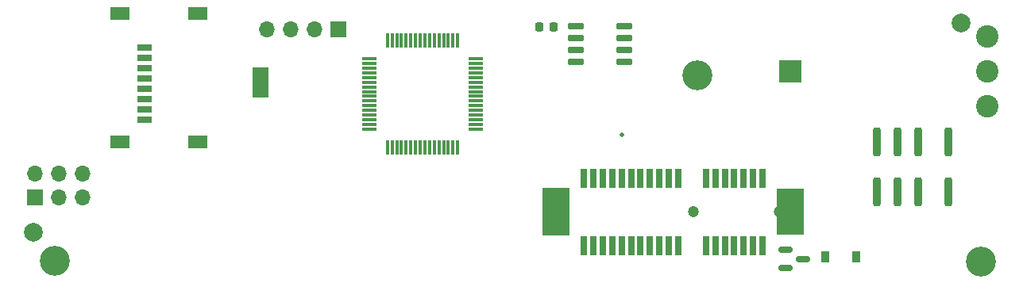
<source format=gbr>
%TF.GenerationSoftware,KiCad,Pcbnew,8.0.5*%
%TF.CreationDate,2025-03-27T16:57:56+00:00*%
%TF.ProjectId,UC_V4_4904-30028-06,55435f56-345f-4343-9930-342d33303032,rev?*%
%TF.SameCoordinates,Original*%
%TF.FileFunction,Soldermask,Bot*%
%TF.FilePolarity,Negative*%
%FSLAX46Y46*%
G04 Gerber Fmt 4.6, Leading zero omitted, Abs format (unit mm)*
G04 Created by KiCad (PCBNEW 8.0.5) date 2025-03-27 16:57:56*
%MOMM*%
%LPD*%
G01*
G04 APERTURE LIST*
G04 Aperture macros list*
%AMRoundRect*
0 Rectangle with rounded corners*
0 $1 Rounding radius*
0 $2 $3 $4 $5 $6 $7 $8 $9 X,Y pos of 4 corners*
0 Add a 4 corners polygon primitive as box body*
4,1,4,$2,$3,$4,$5,$6,$7,$8,$9,$2,$3,0*
0 Add four circle primitives for the rounded corners*
1,1,$1+$1,$2,$3*
1,1,$1+$1,$4,$5*
1,1,$1+$1,$6,$7*
1,1,$1+$1,$8,$9*
0 Add four rect primitives between the rounded corners*
20,1,$1+$1,$2,$3,$4,$5,0*
20,1,$1+$1,$4,$5,$6,$7,0*
20,1,$1+$1,$6,$7,$8,$9,0*
20,1,$1+$1,$8,$9,$2,$3,0*%
G04 Aperture macros list end*
%ADD10C,0.010000*%
%ADD11C,2.000000*%
%ADD12C,3.200000*%
%ADD13R,1.700000X1.700000*%
%ADD14O,1.700000X1.700000*%
%ADD15R,2.400000X2.400000*%
%ADD16C,2.400000*%
%ADD17RoundRect,0.150000X-0.587500X-0.150000X0.587500X-0.150000X0.587500X0.150000X-0.587500X0.150000X0*%
%ADD18RoundRect,0.200000X0.200000X-1.350000X0.200000X1.350000X-0.200000X1.350000X-0.200000X-1.350000X0*%
%ADD19RoundRect,0.075000X0.700000X0.075000X-0.700000X0.075000X-0.700000X-0.075000X0.700000X-0.075000X0*%
%ADD20RoundRect,0.075000X0.075000X0.700000X-0.075000X0.700000X-0.075000X-0.700000X0.075000X-0.700000X0*%
%ADD21R,0.900000X1.200000*%
%ADD22RoundRect,0.150000X0.725000X0.150000X-0.725000X0.150000X-0.725000X-0.150000X0.725000X-0.150000X0*%
%ADD23C,0.500000*%
%ADD24C,1.200000*%
%ADD25R,0.700000X2.000000*%
%ADD26R,3.000000X5.200000*%
%ADD27R,3.000000X5.000000*%
%ADD28RoundRect,0.225000X0.225000X0.250000X-0.225000X0.250000X-0.225000X-0.250000X0.225000X-0.250000X0*%
%ADD29R,1.500000X0.800000*%
%ADD30R,2.000000X1.450000*%
G04 APERTURE END LIST*
D10*
%TO.C,FL1*%
X124760700Y-96602000D02*
X124260700Y-96602000D01*
X124260700Y-96252000D01*
X124760700Y-96252000D01*
X124760700Y-96602000D01*
G36*
X124760700Y-96602000D02*
G01*
X124260700Y-96602000D01*
X124260700Y-96252000D01*
X124760700Y-96252000D01*
X124760700Y-96602000D01*
G37*
X124760700Y-97002000D02*
X124260700Y-97002000D01*
X124260700Y-96652000D01*
X124760700Y-96652000D01*
X124760700Y-97002000D01*
G36*
X124760700Y-97002000D02*
G01*
X124260700Y-97002000D01*
X124260700Y-96652000D01*
X124760700Y-96652000D01*
X124760700Y-97002000D01*
G37*
X124760700Y-97402000D02*
X124260700Y-97402000D01*
X124260700Y-97052000D01*
X124760700Y-97052000D01*
X124760700Y-97402000D01*
G36*
X124760700Y-97402000D02*
G01*
X124260700Y-97402000D01*
X124260700Y-97052000D01*
X124760700Y-97052000D01*
X124760700Y-97402000D01*
G37*
X124760700Y-97802000D02*
X124260700Y-97802000D01*
X124260700Y-97452000D01*
X124760700Y-97452000D01*
X124760700Y-97802000D01*
G36*
X124760700Y-97802000D02*
G01*
X124260700Y-97802000D01*
X124260700Y-97452000D01*
X124760700Y-97452000D01*
X124760700Y-97802000D01*
G37*
X124760700Y-98202000D02*
X124260700Y-98202000D01*
X124260700Y-97852000D01*
X124760700Y-97852000D01*
X124760700Y-98202000D01*
G36*
X124760700Y-98202000D02*
G01*
X124260700Y-98202000D01*
X124260700Y-97852000D01*
X124760700Y-97852000D01*
X124760700Y-98202000D01*
G37*
X124760700Y-98602000D02*
X124260700Y-98602000D01*
X124260700Y-98252000D01*
X124760700Y-98252000D01*
X124760700Y-98602000D01*
G36*
X124760700Y-98602000D02*
G01*
X124260700Y-98602000D01*
X124260700Y-98252000D01*
X124760700Y-98252000D01*
X124760700Y-98602000D01*
G37*
X124760700Y-99002000D02*
X124260700Y-99002000D01*
X124260700Y-98652000D01*
X124760700Y-98652000D01*
X124760700Y-99002000D01*
G36*
X124760700Y-99002000D02*
G01*
X124260700Y-99002000D01*
X124260700Y-98652000D01*
X124760700Y-98652000D01*
X124760700Y-99002000D01*
G37*
X124760700Y-99402000D02*
X124260700Y-99402000D01*
X124260700Y-99052000D01*
X124760700Y-99052000D01*
X124760700Y-99402000D01*
G36*
X124760700Y-99402000D02*
G01*
X124260700Y-99402000D01*
X124260700Y-99052000D01*
X124760700Y-99052000D01*
X124760700Y-99402000D01*
G37*
X125385700Y-99377000D02*
X124785700Y-99377000D01*
X124785700Y-96277000D01*
X125385700Y-96277000D01*
X125385700Y-99377000D01*
G36*
X125385700Y-99377000D02*
G01*
X124785700Y-99377000D01*
X124785700Y-96277000D01*
X125385700Y-96277000D01*
X125385700Y-99377000D01*
G37*
X125910700Y-96602000D02*
X125410700Y-96602000D01*
X125410700Y-96252000D01*
X125910700Y-96252000D01*
X125910700Y-96602000D01*
G36*
X125910700Y-96602000D02*
G01*
X125410700Y-96602000D01*
X125410700Y-96252000D01*
X125910700Y-96252000D01*
X125910700Y-96602000D01*
G37*
X125910700Y-97002000D02*
X125410700Y-97002000D01*
X125410700Y-96652000D01*
X125910700Y-96652000D01*
X125910700Y-97002000D01*
G36*
X125910700Y-97002000D02*
G01*
X125410700Y-97002000D01*
X125410700Y-96652000D01*
X125910700Y-96652000D01*
X125910700Y-97002000D01*
G37*
X125910700Y-97402000D02*
X125410700Y-97402000D01*
X125410700Y-97052000D01*
X125910700Y-97052000D01*
X125910700Y-97402000D01*
G36*
X125910700Y-97402000D02*
G01*
X125410700Y-97402000D01*
X125410700Y-97052000D01*
X125910700Y-97052000D01*
X125910700Y-97402000D01*
G37*
X125910700Y-97802000D02*
X125410700Y-97802000D01*
X125410700Y-97452000D01*
X125910700Y-97452000D01*
X125910700Y-97802000D01*
G36*
X125910700Y-97802000D02*
G01*
X125410700Y-97802000D01*
X125410700Y-97452000D01*
X125910700Y-97452000D01*
X125910700Y-97802000D01*
G37*
X125910700Y-98202000D02*
X125410700Y-98202000D01*
X125410700Y-97852000D01*
X125910700Y-97852000D01*
X125910700Y-98202000D01*
G36*
X125910700Y-98202000D02*
G01*
X125410700Y-98202000D01*
X125410700Y-97852000D01*
X125910700Y-97852000D01*
X125910700Y-98202000D01*
G37*
X125910700Y-98602000D02*
X125410700Y-98602000D01*
X125410700Y-98252000D01*
X125910700Y-98252000D01*
X125910700Y-98602000D01*
G36*
X125910700Y-98602000D02*
G01*
X125410700Y-98602000D01*
X125410700Y-98252000D01*
X125910700Y-98252000D01*
X125910700Y-98602000D01*
G37*
X125910700Y-99002000D02*
X125410700Y-99002000D01*
X125410700Y-98652000D01*
X125910700Y-98652000D01*
X125910700Y-99002000D01*
G36*
X125910700Y-99002000D02*
G01*
X125410700Y-99002000D01*
X125410700Y-98652000D01*
X125910700Y-98652000D01*
X125910700Y-99002000D01*
G37*
X125910700Y-99402000D02*
X125410700Y-99402000D01*
X125410700Y-99052000D01*
X125910700Y-99052000D01*
X125910700Y-99402000D01*
G36*
X125910700Y-99402000D02*
G01*
X125410700Y-99402000D01*
X125410700Y-99052000D01*
X125910700Y-99052000D01*
X125910700Y-99402000D01*
G37*
%TD*%
D11*
%TO.C,FID3*%
X199786400Y-91493000D03*
%TD*%
D12*
%TO.C,H1*%
X103190200Y-116867600D03*
%TD*%
D13*
%TO.C,J4*%
X133418200Y-92198200D03*
D14*
X130878200Y-92198200D03*
X128338200Y-92198200D03*
X125798200Y-92198200D03*
%TD*%
D12*
%TO.C,H2*%
X201945400Y-116943800D03*
%TD*%
%TO.C,H3*%
X171719400Y-97055600D03*
%TD*%
D15*
%TO.C,BT1*%
X181618200Y-96648200D03*
D16*
X202618200Y-96648200D03*
X202618200Y-92898200D03*
X202618200Y-100398200D03*
%TD*%
D17*
%TO.C,Q2*%
X181119700Y-117639800D03*
X181119700Y-115739800D03*
X182994700Y-116689800D03*
%TD*%
D18*
%TO.C,K1*%
X198418200Y-109523200D03*
X195218200Y-109523200D03*
X193018200Y-109523200D03*
X190818200Y-109523200D03*
X190818200Y-104223200D03*
X193018200Y-104223200D03*
X195218200Y-104223200D03*
X198418200Y-104223200D03*
%TD*%
D19*
%TO.C,U1*%
X148075000Y-95321600D03*
X148075000Y-95821600D03*
X148075000Y-96321600D03*
X148075000Y-96821600D03*
X148075000Y-97321600D03*
X148075000Y-97821600D03*
X148075000Y-98321600D03*
X148075000Y-98821600D03*
X148075000Y-99321600D03*
X148075000Y-99821600D03*
X148075000Y-100321600D03*
X148075000Y-100821600D03*
X148075000Y-101321600D03*
X148075000Y-101821600D03*
X148075000Y-102321600D03*
X148075000Y-102821600D03*
D20*
X146150000Y-104746600D03*
X145650000Y-104746600D03*
X145150000Y-104746600D03*
X144650000Y-104746600D03*
X144150000Y-104746600D03*
X143650000Y-104746600D03*
X143150000Y-104746600D03*
X142650000Y-104746600D03*
X142150000Y-104746600D03*
X141650000Y-104746600D03*
X141150000Y-104746600D03*
X140650000Y-104746600D03*
X140150000Y-104746600D03*
X139650000Y-104746600D03*
X139150000Y-104746600D03*
X138650000Y-104746600D03*
D19*
X136725000Y-102821600D03*
X136725000Y-102321600D03*
X136725000Y-101821600D03*
X136725000Y-101321600D03*
X136725000Y-100821600D03*
X136725000Y-100321600D03*
X136725000Y-99821600D03*
X136725000Y-99321600D03*
X136725000Y-98821600D03*
X136725000Y-98321600D03*
X136725000Y-97821600D03*
X136725000Y-97321600D03*
X136725000Y-96821600D03*
X136725000Y-96321600D03*
X136725000Y-95821600D03*
X136725000Y-95321600D03*
D20*
X138650000Y-93396600D03*
X139150000Y-93396600D03*
X139650000Y-93396600D03*
X140150000Y-93396600D03*
X140650000Y-93396600D03*
X141150000Y-93396600D03*
X141650000Y-93396600D03*
X142150000Y-93396600D03*
X142650000Y-93396600D03*
X143150000Y-93396600D03*
X143650000Y-93396600D03*
X144150000Y-93396600D03*
X144650000Y-93396600D03*
X145150000Y-93396600D03*
X145650000Y-93396600D03*
X146150000Y-93396600D03*
%TD*%
D21*
%TO.C,D1*%
X185309400Y-116512000D03*
X188609400Y-116512000D03*
%TD*%
D11*
%TO.C,FID4*%
X100955000Y-113870400D03*
%TD*%
D13*
%TO.C,J3*%
X101108200Y-110148200D03*
D14*
X101108200Y-107608200D03*
X103648200Y-110148200D03*
X103648200Y-107608200D03*
X106188200Y-110148200D03*
X106188200Y-107608200D03*
%TD*%
D22*
%TO.C,U4*%
X163893200Y-91793200D03*
X163893200Y-93063200D03*
X163893200Y-94333200D03*
X163893200Y-95603200D03*
X158743200Y-95603200D03*
X158743200Y-94333200D03*
X158743200Y-93063200D03*
X158743200Y-91793200D03*
%TD*%
D23*
%TO.C,TP1*%
X163642200Y-103456400D03*
%TD*%
D24*
%TO.C,U3*%
X171278200Y-111658200D03*
X180428200Y-111658200D03*
D25*
X159628200Y-115258200D03*
X160628200Y-115258200D03*
X161628200Y-115258200D03*
X162628200Y-115258200D03*
X163628200Y-115258200D03*
X164628200Y-115258200D03*
X165628200Y-115258200D03*
X166628200Y-115258200D03*
X167628200Y-115258200D03*
X168628200Y-115258200D03*
X169628200Y-115258200D03*
X172628200Y-115258200D03*
X173628200Y-115258200D03*
X174628200Y-115258200D03*
X175628200Y-115258200D03*
X176628200Y-115258200D03*
X177628200Y-115258200D03*
X178628200Y-115258200D03*
X159628200Y-108058200D03*
X160628200Y-108058200D03*
X161628200Y-108058200D03*
X162628200Y-108058200D03*
X163628200Y-108058200D03*
X164628200Y-108058200D03*
X165628200Y-108058200D03*
X166628200Y-108058200D03*
X167628200Y-108058200D03*
X168628200Y-108058200D03*
X169628200Y-108058200D03*
X172628200Y-108058200D03*
X173628200Y-108058200D03*
X174628200Y-108058200D03*
X175628200Y-108058200D03*
X176628200Y-108058200D03*
X177628200Y-108058200D03*
X178628200Y-108058200D03*
D26*
X156628200Y-111658200D03*
D27*
X181628200Y-111658200D03*
%TD*%
D28*
%TO.C,C14*%
X156365400Y-91950200D03*
X154815400Y-91950200D03*
%TD*%
D29*
%TO.C,SD-Card1*%
X112738900Y-94148200D03*
X112738900Y-95248200D03*
X112738900Y-96348200D03*
X112738900Y-97448200D03*
X112738900Y-98548200D03*
X112738900Y-99648200D03*
X112738900Y-100748200D03*
X112738900Y-101848200D03*
D30*
X118438900Y-90473200D03*
X110138900Y-90473200D03*
X118438900Y-104223200D03*
X110138900Y-104223200D03*
%TD*%
M02*

</source>
